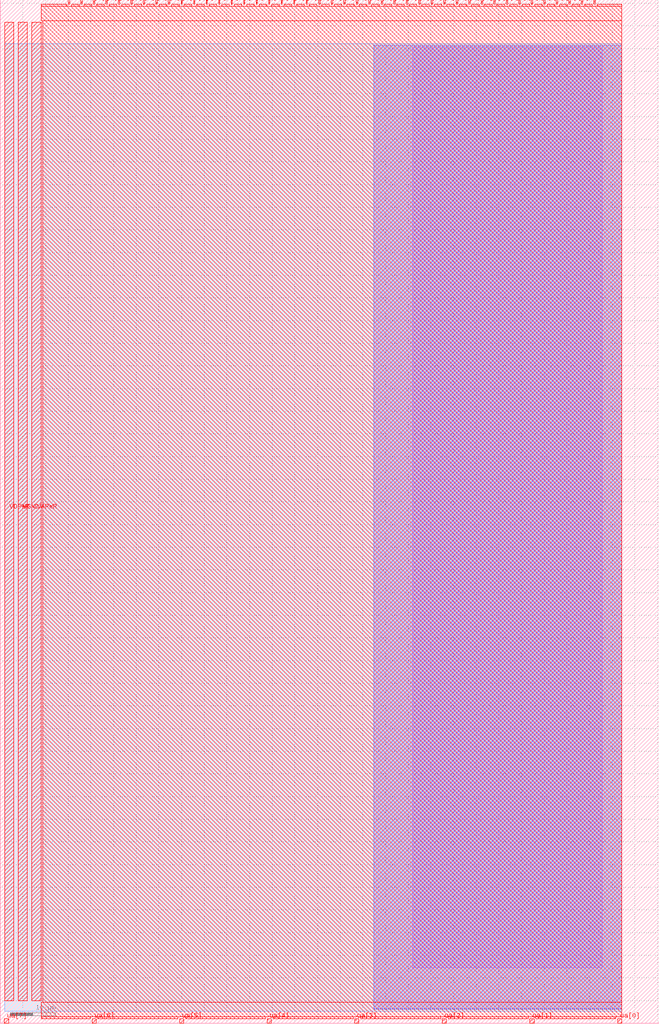
<source format=lef>
VERSION 5.7 ;
  NOWIREEXTENSIONATPIN ON ;
  DIVIDERCHAR "/" ;
  BUSBITCHARS "[]" ;
MACRO tt_um_mattvenn_level_shifter
  CLASS BLOCK ;
  FOREIGN tt_um_mattvenn_level_shifter ;
  ORIGIN 0.000 0.000 ;
  SIZE 145.360 BY 225.760 ;
  PIN clk
    DIRECTION INPUT ;
    USE SIGNAL ;
    PORT
      LAYER met4 ;
        RECT 128.190 224.760 128.490 225.760 ;
    END
  END clk
  PIN ena
    DIRECTION INPUT ;
    USE SIGNAL ;
    PORT
      LAYER met4 ;
        RECT 130.950 224.760 131.250 225.760 ;
    END
  END ena
  PIN rst_n
    DIRECTION INPUT ;
    USE SIGNAL ;
    PORT
      LAYER met4 ;
        RECT 125.430 224.760 125.730 225.760 ;
    END
  END rst_n
  PIN ua[0]
    DIRECTION INOUT ;
    USE SIGNAL ;
    ANTENNADIFFAREA 0.365400 ;
    PORT
      LAYER met4 ;
        RECT 136.170 0.000 137.070 1.000 ;
    END
  END ua[0]
  PIN ua[1]
    DIRECTION INOUT ;
    USE SIGNAL ;
    ANTENNAGATEAREA 0.252000 ;
    PORT
      LAYER met4 ;
        RECT 116.850 0.000 117.750 1.000 ;
    END
  END ua[1]
  PIN ua[2]
    DIRECTION INOUT ;
    USE SIGNAL ;
    PORT
      LAYER met4 ;
        RECT 97.530 0.000 98.430 1.000 ;
    END
  END ua[2]
  PIN ua[3]
    DIRECTION INOUT ;
    USE SIGNAL ;
    PORT
      LAYER met4 ;
        RECT 78.210 0.000 79.110 1.000 ;
    END
  END ua[3]
  PIN ua[4]
    DIRECTION INOUT ;
    USE SIGNAL ;
    PORT
      LAYER met4 ;
        RECT 58.890 0.000 59.790 1.000 ;
    END
  END ua[4]
  PIN ua[5]
    DIRECTION INOUT ;
    USE SIGNAL ;
    PORT
      LAYER met4 ;
        RECT 39.570 0.000 40.470 1.000 ;
    END
  END ua[5]
  PIN ua[6]
    DIRECTION INOUT ;
    USE SIGNAL ;
    PORT
      LAYER met4 ;
        RECT 20.250 0.000 21.150 1.000 ;
    END
  END ua[6]
  PIN ua[7]
    DIRECTION INOUT ;
    USE SIGNAL ;
    PORT
      LAYER met4 ;
        RECT 0.930 0.000 1.830 1.000 ;
    END
  END ua[7]
  PIN ui_in[0]
    DIRECTION INPUT ;
    USE SIGNAL ;
    ANTENNAGATEAREA 0.495000 ;
    PORT
      LAYER met4 ;
        RECT 122.670 224.760 122.970 225.760 ;
    END
  END ui_in[0]
  PIN ui_in[1]
    DIRECTION INPUT ;
    USE SIGNAL ;
    PORT
      LAYER met4 ;
        RECT 119.910 224.760 120.210 225.760 ;
    END
  END ui_in[1]
  PIN ui_in[2]
    DIRECTION INPUT ;
    USE SIGNAL ;
    PORT
      LAYER met4 ;
        RECT 117.150 224.760 117.450 225.760 ;
    END
  END ui_in[2]
  PIN ui_in[3]
    DIRECTION INPUT ;
    USE SIGNAL ;
    PORT
      LAYER met4 ;
        RECT 114.390 224.760 114.690 225.760 ;
    END
  END ui_in[3]
  PIN ui_in[4]
    DIRECTION INPUT ;
    USE SIGNAL ;
    PORT
      LAYER met4 ;
        RECT 111.630 224.760 111.930 225.760 ;
    END
  END ui_in[4]
  PIN ui_in[5]
    DIRECTION INPUT ;
    USE SIGNAL ;
    PORT
      LAYER met4 ;
        RECT 108.870 224.760 109.170 225.760 ;
    END
  END ui_in[5]
  PIN ui_in[6]
    DIRECTION INPUT ;
    USE SIGNAL ;
    PORT
      LAYER met4 ;
        RECT 106.110 224.760 106.410 225.760 ;
    END
  END ui_in[6]
  PIN ui_in[7]
    DIRECTION INPUT ;
    USE SIGNAL ;
    PORT
      LAYER met4 ;
        RECT 103.350 224.760 103.650 225.760 ;
    END
  END ui_in[7]
  PIN uio_in[0]
    DIRECTION INPUT ;
    USE SIGNAL ;
    PORT
      LAYER met4 ;
        RECT 100.590 224.760 100.890 225.760 ;
    END
  END uio_in[0]
  PIN uio_in[1]
    DIRECTION INPUT ;
    USE SIGNAL ;
    PORT
      LAYER met4 ;
        RECT 97.830 224.760 98.130 225.760 ;
    END
  END uio_in[1]
  PIN uio_in[2]
    DIRECTION INPUT ;
    USE SIGNAL ;
    PORT
      LAYER met4 ;
        RECT 95.070 224.760 95.370 225.760 ;
    END
  END uio_in[2]
  PIN uio_in[3]
    DIRECTION INPUT ;
    USE SIGNAL ;
    PORT
      LAYER met4 ;
        RECT 92.310 224.760 92.610 225.760 ;
    END
  END uio_in[3]
  PIN uio_in[4]
    DIRECTION INPUT ;
    USE SIGNAL ;
    PORT
      LAYER met4 ;
        RECT 89.550 224.760 89.850 225.760 ;
    END
  END uio_in[4]
  PIN uio_in[5]
    DIRECTION INPUT ;
    USE SIGNAL ;
    PORT
      LAYER met4 ;
        RECT 86.790 224.760 87.090 225.760 ;
    END
  END uio_in[5]
  PIN uio_in[6]
    DIRECTION INPUT ;
    USE SIGNAL ;
    PORT
      LAYER met4 ;
        RECT 84.030 224.760 84.330 225.760 ;
    END
  END uio_in[6]
  PIN uio_in[7]
    DIRECTION INPUT ;
    USE SIGNAL ;
    PORT
      LAYER met4 ;
        RECT 81.270 224.760 81.570 225.760 ;
    END
  END uio_in[7]
  PIN uio_oe[0]
    DIRECTION OUTPUT ;
    USE SIGNAL ;
    PORT
      LAYER met4 ;
        RECT 34.350 224.760 34.650 225.760 ;
    END
  END uio_oe[0]
  PIN uio_oe[1]
    DIRECTION OUTPUT ;
    USE SIGNAL ;
    PORT
      LAYER met4 ;
        RECT 31.590 224.760 31.890 225.760 ;
    END
  END uio_oe[1]
  PIN uio_oe[2]
    DIRECTION OUTPUT ;
    USE SIGNAL ;
    PORT
      LAYER met4 ;
        RECT 28.830 224.760 29.130 225.760 ;
    END
  END uio_oe[2]
  PIN uio_oe[3]
    DIRECTION OUTPUT ;
    USE SIGNAL ;
    PORT
      LAYER met4 ;
        RECT 26.070 224.760 26.370 225.760 ;
    END
  END uio_oe[3]
  PIN uio_oe[4]
    DIRECTION OUTPUT ;
    USE SIGNAL ;
    PORT
      LAYER met4 ;
        RECT 23.310 224.760 23.610 225.760 ;
    END
  END uio_oe[4]
  PIN uio_oe[5]
    DIRECTION OUTPUT ;
    USE SIGNAL ;
    PORT
      LAYER met4 ;
        RECT 20.550 224.760 20.850 225.760 ;
    END
  END uio_oe[5]
  PIN uio_oe[6]
    DIRECTION OUTPUT ;
    USE SIGNAL ;
    PORT
      LAYER met4 ;
        RECT 17.790 224.760 18.090 225.760 ;
    END
  END uio_oe[6]
  PIN uio_oe[7]
    DIRECTION OUTPUT ;
    USE SIGNAL ;
    PORT
      LAYER met4 ;
        RECT 15.030 224.760 15.330 225.760 ;
    END
  END uio_oe[7]
  PIN uio_out[0]
    DIRECTION OUTPUT ;
    USE SIGNAL ;
    PORT
      LAYER met4 ;
        RECT 56.430 224.760 56.730 225.760 ;
    END
  END uio_out[0]
  PIN uio_out[1]
    DIRECTION OUTPUT ;
    USE SIGNAL ;
    PORT
      LAYER met4 ;
        RECT 53.670 224.760 53.970 225.760 ;
    END
  END uio_out[1]
  PIN uio_out[2]
    DIRECTION OUTPUT ;
    USE SIGNAL ;
    PORT
      LAYER met4 ;
        RECT 50.910 224.760 51.210 225.760 ;
    END
  END uio_out[2]
  PIN uio_out[3]
    DIRECTION OUTPUT ;
    USE SIGNAL ;
    PORT
      LAYER met4 ;
        RECT 48.150 224.760 48.450 225.760 ;
    END
  END uio_out[3]
  PIN uio_out[4]
    DIRECTION OUTPUT ;
    USE SIGNAL ;
    PORT
      LAYER met4 ;
        RECT 45.390 224.760 45.690 225.760 ;
    END
  END uio_out[4]
  PIN uio_out[5]
    DIRECTION OUTPUT ;
    USE SIGNAL ;
    PORT
      LAYER met4 ;
        RECT 42.630 224.760 42.930 225.760 ;
    END
  END uio_out[5]
  PIN uio_out[6]
    DIRECTION OUTPUT ;
    USE SIGNAL ;
    PORT
      LAYER met4 ;
        RECT 39.870 224.760 40.170 225.760 ;
    END
  END uio_out[6]
  PIN uio_out[7]
    DIRECTION OUTPUT ;
    USE SIGNAL ;
    PORT
      LAYER met4 ;
        RECT 37.110 224.760 37.410 225.760 ;
    END
  END uio_out[7]
  PIN uo_out[0]
    DIRECTION OUTPUT ;
    USE SIGNAL ;
    ANTENNADIFFAREA 0.365400 ;
    PORT
      LAYER met4 ;
        RECT 78.510 224.760 78.810 225.760 ;
    END
  END uo_out[0]
  PIN uo_out[1]
    DIRECTION OUTPUT ;
    USE SIGNAL ;
    PORT
      LAYER met4 ;
        RECT 75.750 224.760 76.050 225.760 ;
    END
  END uo_out[1]
  PIN uo_out[2]
    DIRECTION OUTPUT ;
    USE SIGNAL ;
    PORT
      LAYER met4 ;
        RECT 72.990 224.760 73.290 225.760 ;
    END
  END uo_out[2]
  PIN uo_out[3]
    DIRECTION OUTPUT ;
    USE SIGNAL ;
    PORT
      LAYER met4 ;
        RECT 70.230 224.760 70.530 225.760 ;
    END
  END uo_out[3]
  PIN uo_out[4]
    DIRECTION OUTPUT ;
    USE SIGNAL ;
    PORT
      LAYER met4 ;
        RECT 67.470 224.760 67.770 225.760 ;
    END
  END uo_out[4]
  PIN uo_out[5]
    DIRECTION OUTPUT ;
    USE SIGNAL ;
    PORT
      LAYER met4 ;
        RECT 64.710 224.760 65.010 225.760 ;
    END
  END uo_out[5]
  PIN uo_out[6]
    DIRECTION OUTPUT ;
    USE SIGNAL ;
    PORT
      LAYER met4 ;
        RECT 61.950 224.760 62.250 225.760 ;
    END
  END uo_out[6]
  PIN uo_out[7]
    DIRECTION OUTPUT ;
    USE SIGNAL ;
    PORT
      LAYER met4 ;
        RECT 59.190 224.760 59.490 225.760 ;
    END
  END uo_out[7]
  PIN VDPWR
    DIRECTION INOUT ;
    USE POWER ;
    PORT
      LAYER met4 ;
        RECT 1.000 5.000 3.000 220.760 ;
    END
  END VDPWR
  PIN VGND
    DIRECTION INOUT ;
    USE GROUND ;
    PORT
      LAYER met4 ;
        RECT 4.000 5.000 6.000 220.760 ;
    END
  END VGND
  PIN VAPWR
    DIRECTION INOUT ;
    USE POWER ;
    PORT
      LAYER met4 ;
        RECT 7.000 5.000 9.000 220.760 ;
    END
  END VAPWR
  OBS
      LAYER li1 ;
        RECT 90.940 12.290 132.760 215.340 ;
      LAYER met1 ;
        RECT 82.400 3.150 137.100 215.700 ;
      LAYER met2 ;
        RECT 82.370 3.120 137.090 215.730 ;
      LAYER met3 ;
        RECT 1.000 2.630 137.095 216.000 ;
      LAYER met4 ;
        RECT 9.000 224.360 14.630 224.760 ;
        RECT 15.730 224.360 17.390 224.760 ;
        RECT 18.490 224.360 20.150 224.760 ;
        RECT 21.250 224.360 22.910 224.760 ;
        RECT 24.010 224.360 25.670 224.760 ;
        RECT 26.770 224.360 28.430 224.760 ;
        RECT 29.530 224.360 31.190 224.760 ;
        RECT 32.290 224.360 33.950 224.760 ;
        RECT 35.050 224.360 36.710 224.760 ;
        RECT 37.810 224.360 39.470 224.760 ;
        RECT 40.570 224.360 42.230 224.760 ;
        RECT 43.330 224.360 44.990 224.760 ;
        RECT 46.090 224.360 47.750 224.760 ;
        RECT 48.850 224.360 50.510 224.760 ;
        RECT 51.610 224.360 53.270 224.760 ;
        RECT 54.370 224.360 56.030 224.760 ;
        RECT 57.130 224.360 58.790 224.760 ;
        RECT 59.890 224.360 61.550 224.760 ;
        RECT 62.650 224.360 64.310 224.760 ;
        RECT 65.410 224.360 67.070 224.760 ;
        RECT 68.170 224.360 69.830 224.760 ;
        RECT 70.930 224.360 72.590 224.760 ;
        RECT 73.690 224.360 75.350 224.760 ;
        RECT 76.450 224.360 78.110 224.760 ;
        RECT 79.210 224.360 80.870 224.760 ;
        RECT 81.970 224.360 83.630 224.760 ;
        RECT 84.730 224.360 86.390 224.760 ;
        RECT 87.490 224.360 89.150 224.760 ;
        RECT 90.250 224.360 91.910 224.760 ;
        RECT 93.010 224.360 94.670 224.760 ;
        RECT 95.770 224.360 97.430 224.760 ;
        RECT 98.530 224.360 100.190 224.760 ;
        RECT 101.290 224.360 102.950 224.760 ;
        RECT 104.050 224.360 105.710 224.760 ;
        RECT 106.810 224.360 108.470 224.760 ;
        RECT 109.570 224.360 111.230 224.760 ;
        RECT 112.330 224.360 113.990 224.760 ;
        RECT 115.090 224.360 116.750 224.760 ;
        RECT 117.850 224.360 119.510 224.760 ;
        RECT 120.610 224.360 122.270 224.760 ;
        RECT 123.370 224.360 125.030 224.760 ;
        RECT 126.130 224.360 127.790 224.760 ;
        RECT 128.890 224.360 130.550 224.760 ;
        RECT 131.650 224.360 137.070 224.760 ;
        RECT 9.000 221.160 137.070 224.360 ;
        RECT 9.400 4.600 137.070 221.160 ;
        RECT 9.000 1.400 137.070 4.600 ;
        RECT 9.000 1.000 19.850 1.400 ;
        RECT 21.550 1.000 39.170 1.400 ;
        RECT 40.870 1.000 58.490 1.400 ;
        RECT 60.190 1.000 77.810 1.400 ;
        RECT 79.510 1.000 97.130 1.400 ;
        RECT 98.830 1.000 116.450 1.400 ;
        RECT 118.150 1.000 135.770 1.400 ;
  END
END tt_um_mattvenn_level_shifter
END LIBRARY


</source>
